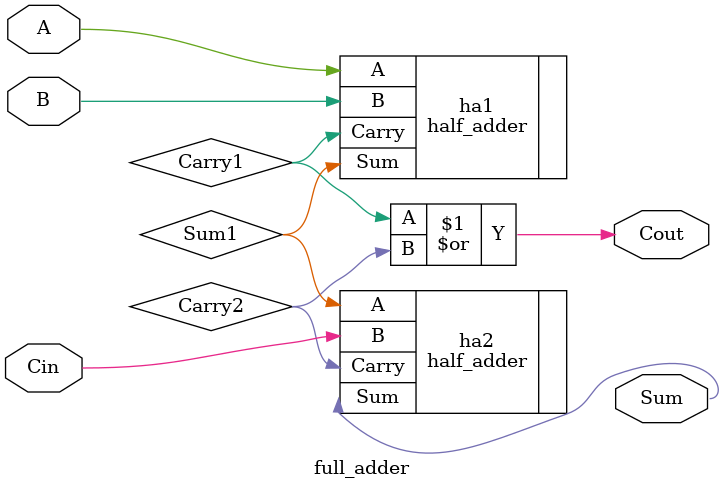
<source format=v>


//Inputs A,B,Cin Outputs Sum,Cout
module full_adder (
    input wire A,
    input wire B,
    input wire Cin,
    output wire Sum,
    output wire Cout
);

//Intermediate signals (between half adders)
wire Sum1, Carry1, Carry2;

//First HA Input A,B Output Sum1,Carry1
half_adder ha1 (
    .A(A),
    .B(B),
    .Sum(Sum1),
    .Carry(Carry1)
);

//Second HA Input Sum1, Cin Output Sum, Carry2
half_adder ha2 (
        .A(Sum1),
        .B(Cin),
        .Sum(Sum),
        .Carry(Carry2)
);

//OR gate for potential carry from Carry1,Carry2
assign Cout = Carry1 | Carry2;


endmodule 



</source>
